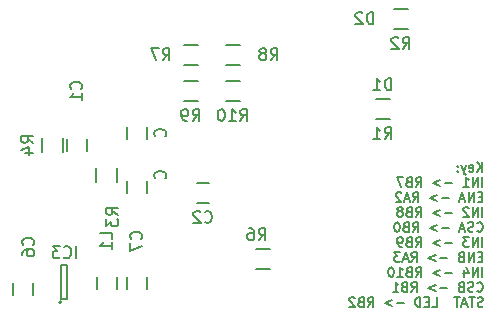
<source format=gbo>
G04 #@! TF.FileFunction,Legend,Bot*
%FSLAX46Y46*%
G04 Gerber Fmt 4.6, Leading zero omitted, Abs format (unit mm)*
G04 Created by KiCad (PCBNEW 4.0.1-3.201512221402+6198~38~ubuntu14.04.1-stable) date Sun 24 Jan 2016 12:58:10 PM PST*
%MOMM*%
G01*
G04 APERTURE LIST*
%ADD10C,0.100000*%
%ADD11C,0.150000*%
G04 APERTURE END LIST*
D10*
D11*
X171005524Y-109454905D02*
X171005524Y-108654905D01*
X170548381Y-109454905D02*
X170891238Y-108997762D01*
X170548381Y-108654905D02*
X171005524Y-109112048D01*
X169900762Y-109416810D02*
X169976952Y-109454905D01*
X170129333Y-109454905D01*
X170205524Y-109416810D01*
X170243619Y-109340619D01*
X170243619Y-109035857D01*
X170205524Y-108959667D01*
X170129333Y-108921571D01*
X169976952Y-108921571D01*
X169900762Y-108959667D01*
X169862667Y-109035857D01*
X169862667Y-109112048D01*
X170243619Y-109188238D01*
X169596000Y-108921571D02*
X169405524Y-109454905D01*
X169215048Y-108921571D02*
X169405524Y-109454905D01*
X169481715Y-109645381D01*
X169519810Y-109683476D01*
X169596000Y-109721571D01*
X168910286Y-109378714D02*
X168872191Y-109416810D01*
X168910286Y-109454905D01*
X168948381Y-109416810D01*
X168910286Y-109378714D01*
X168910286Y-109454905D01*
X168910286Y-108959667D02*
X168872191Y-108997762D01*
X168910286Y-109035857D01*
X168948381Y-108997762D01*
X168910286Y-108959667D01*
X168910286Y-109035857D01*
X171005524Y-110724905D02*
X171005524Y-109924905D01*
X170624572Y-110724905D02*
X170624572Y-109924905D01*
X170167429Y-110724905D01*
X170167429Y-109924905D01*
X169367429Y-110724905D02*
X169824572Y-110724905D01*
X169596001Y-110724905D02*
X169596001Y-109924905D01*
X169672191Y-110039190D01*
X169748382Y-110115381D01*
X169824572Y-110153476D01*
X168415048Y-110420143D02*
X167805524Y-110420143D01*
X167424572Y-110191571D02*
X166815048Y-110420143D01*
X167424572Y-110648714D01*
X165367429Y-110724905D02*
X165634096Y-110343952D01*
X165824572Y-110724905D02*
X165824572Y-109924905D01*
X165519810Y-109924905D01*
X165443619Y-109963000D01*
X165405524Y-110001095D01*
X165367429Y-110077286D01*
X165367429Y-110191571D01*
X165405524Y-110267762D01*
X165443619Y-110305857D01*
X165519810Y-110343952D01*
X165824572Y-110343952D01*
X164757905Y-110305857D02*
X164643619Y-110343952D01*
X164605524Y-110382048D01*
X164567429Y-110458238D01*
X164567429Y-110572524D01*
X164605524Y-110648714D01*
X164643619Y-110686810D01*
X164719810Y-110724905D01*
X165024572Y-110724905D01*
X165024572Y-109924905D01*
X164757905Y-109924905D01*
X164681715Y-109963000D01*
X164643619Y-110001095D01*
X164605524Y-110077286D01*
X164605524Y-110153476D01*
X164643619Y-110229667D01*
X164681715Y-110267762D01*
X164757905Y-110305857D01*
X165024572Y-110305857D01*
X164300762Y-109924905D02*
X163767429Y-109924905D01*
X164110286Y-110724905D01*
X171005524Y-111575857D02*
X170738857Y-111575857D01*
X170624571Y-111994905D02*
X171005524Y-111994905D01*
X171005524Y-111194905D01*
X170624571Y-111194905D01*
X170281714Y-111994905D02*
X170281714Y-111194905D01*
X169824571Y-111994905D01*
X169824571Y-111194905D01*
X169481714Y-111766333D02*
X169100762Y-111766333D01*
X169557905Y-111994905D02*
X169291238Y-111194905D01*
X169024571Y-111994905D01*
X168148381Y-111690143D02*
X167538857Y-111690143D01*
X167157905Y-111461571D02*
X166548381Y-111690143D01*
X167157905Y-111918714D01*
X165100762Y-111994905D02*
X165367429Y-111613952D01*
X165557905Y-111994905D02*
X165557905Y-111194905D01*
X165253143Y-111194905D01*
X165176952Y-111233000D01*
X165138857Y-111271095D01*
X165100762Y-111347286D01*
X165100762Y-111461571D01*
X165138857Y-111537762D01*
X165176952Y-111575857D01*
X165253143Y-111613952D01*
X165557905Y-111613952D01*
X164796000Y-111766333D02*
X164415048Y-111766333D01*
X164872191Y-111994905D02*
X164605524Y-111194905D01*
X164338857Y-111994905D01*
X164110286Y-111271095D02*
X164072191Y-111233000D01*
X163996000Y-111194905D01*
X163805524Y-111194905D01*
X163729334Y-111233000D01*
X163691238Y-111271095D01*
X163653143Y-111347286D01*
X163653143Y-111423476D01*
X163691238Y-111537762D01*
X164148381Y-111994905D01*
X163653143Y-111994905D01*
X171005524Y-113264905D02*
X171005524Y-112464905D01*
X170624572Y-113264905D02*
X170624572Y-112464905D01*
X170167429Y-113264905D01*
X170167429Y-112464905D01*
X169824572Y-112541095D02*
X169786477Y-112503000D01*
X169710286Y-112464905D01*
X169519810Y-112464905D01*
X169443620Y-112503000D01*
X169405524Y-112541095D01*
X169367429Y-112617286D01*
X169367429Y-112693476D01*
X169405524Y-112807762D01*
X169862667Y-113264905D01*
X169367429Y-113264905D01*
X168415048Y-112960143D02*
X167805524Y-112960143D01*
X167424572Y-112731571D02*
X166815048Y-112960143D01*
X167424572Y-113188714D01*
X165367429Y-113264905D02*
X165634096Y-112883952D01*
X165824572Y-113264905D02*
X165824572Y-112464905D01*
X165519810Y-112464905D01*
X165443619Y-112503000D01*
X165405524Y-112541095D01*
X165367429Y-112617286D01*
X165367429Y-112731571D01*
X165405524Y-112807762D01*
X165443619Y-112845857D01*
X165519810Y-112883952D01*
X165824572Y-112883952D01*
X164757905Y-112845857D02*
X164643619Y-112883952D01*
X164605524Y-112922048D01*
X164567429Y-112998238D01*
X164567429Y-113112524D01*
X164605524Y-113188714D01*
X164643619Y-113226810D01*
X164719810Y-113264905D01*
X165024572Y-113264905D01*
X165024572Y-112464905D01*
X164757905Y-112464905D01*
X164681715Y-112503000D01*
X164643619Y-112541095D01*
X164605524Y-112617286D01*
X164605524Y-112693476D01*
X164643619Y-112769667D01*
X164681715Y-112807762D01*
X164757905Y-112845857D01*
X165024572Y-112845857D01*
X164110286Y-112807762D02*
X164186477Y-112769667D01*
X164224572Y-112731571D01*
X164262667Y-112655381D01*
X164262667Y-112617286D01*
X164224572Y-112541095D01*
X164186477Y-112503000D01*
X164110286Y-112464905D01*
X163957905Y-112464905D01*
X163881715Y-112503000D01*
X163843619Y-112541095D01*
X163805524Y-112617286D01*
X163805524Y-112655381D01*
X163843619Y-112731571D01*
X163881715Y-112769667D01*
X163957905Y-112807762D01*
X164110286Y-112807762D01*
X164186477Y-112845857D01*
X164224572Y-112883952D01*
X164262667Y-112960143D01*
X164262667Y-113112524D01*
X164224572Y-113188714D01*
X164186477Y-113226810D01*
X164110286Y-113264905D01*
X163957905Y-113264905D01*
X163881715Y-113226810D01*
X163843619Y-113188714D01*
X163805524Y-113112524D01*
X163805524Y-112960143D01*
X163843619Y-112883952D01*
X163881715Y-112845857D01*
X163957905Y-112807762D01*
X170548381Y-114458714D02*
X170586476Y-114496810D01*
X170700762Y-114534905D01*
X170776952Y-114534905D01*
X170891238Y-114496810D01*
X170967429Y-114420619D01*
X171005524Y-114344429D01*
X171043619Y-114192048D01*
X171043619Y-114077762D01*
X171005524Y-113925381D01*
X170967429Y-113849190D01*
X170891238Y-113773000D01*
X170776952Y-113734905D01*
X170700762Y-113734905D01*
X170586476Y-113773000D01*
X170548381Y-113811095D01*
X170243619Y-114496810D02*
X170129333Y-114534905D01*
X169938857Y-114534905D01*
X169862667Y-114496810D01*
X169824571Y-114458714D01*
X169786476Y-114382524D01*
X169786476Y-114306333D01*
X169824571Y-114230143D01*
X169862667Y-114192048D01*
X169938857Y-114153952D01*
X170091238Y-114115857D01*
X170167429Y-114077762D01*
X170205524Y-114039667D01*
X170243619Y-113963476D01*
X170243619Y-113887286D01*
X170205524Y-113811095D01*
X170167429Y-113773000D01*
X170091238Y-113734905D01*
X169900762Y-113734905D01*
X169786476Y-113773000D01*
X169481714Y-114306333D02*
X169100762Y-114306333D01*
X169557905Y-114534905D02*
X169291238Y-113734905D01*
X169024571Y-114534905D01*
X168148381Y-114230143D02*
X167538857Y-114230143D01*
X167157905Y-114001571D02*
X166548381Y-114230143D01*
X167157905Y-114458714D01*
X165100762Y-114534905D02*
X165367429Y-114153952D01*
X165557905Y-114534905D02*
X165557905Y-113734905D01*
X165253143Y-113734905D01*
X165176952Y-113773000D01*
X165138857Y-113811095D01*
X165100762Y-113887286D01*
X165100762Y-114001571D01*
X165138857Y-114077762D01*
X165176952Y-114115857D01*
X165253143Y-114153952D01*
X165557905Y-114153952D01*
X164491238Y-114115857D02*
X164376952Y-114153952D01*
X164338857Y-114192048D01*
X164300762Y-114268238D01*
X164300762Y-114382524D01*
X164338857Y-114458714D01*
X164376952Y-114496810D01*
X164453143Y-114534905D01*
X164757905Y-114534905D01*
X164757905Y-113734905D01*
X164491238Y-113734905D01*
X164415048Y-113773000D01*
X164376952Y-113811095D01*
X164338857Y-113887286D01*
X164338857Y-113963476D01*
X164376952Y-114039667D01*
X164415048Y-114077762D01*
X164491238Y-114115857D01*
X164757905Y-114115857D01*
X163805524Y-113734905D02*
X163729333Y-113734905D01*
X163653143Y-113773000D01*
X163615048Y-113811095D01*
X163576952Y-113887286D01*
X163538857Y-114039667D01*
X163538857Y-114230143D01*
X163576952Y-114382524D01*
X163615048Y-114458714D01*
X163653143Y-114496810D01*
X163729333Y-114534905D01*
X163805524Y-114534905D01*
X163881714Y-114496810D01*
X163919810Y-114458714D01*
X163957905Y-114382524D01*
X163996000Y-114230143D01*
X163996000Y-114039667D01*
X163957905Y-113887286D01*
X163919810Y-113811095D01*
X163881714Y-113773000D01*
X163805524Y-113734905D01*
X171005524Y-115804905D02*
X171005524Y-115004905D01*
X170624572Y-115804905D02*
X170624572Y-115004905D01*
X170167429Y-115804905D01*
X170167429Y-115004905D01*
X169862667Y-115004905D02*
X169367429Y-115004905D01*
X169634096Y-115309667D01*
X169519810Y-115309667D01*
X169443620Y-115347762D01*
X169405524Y-115385857D01*
X169367429Y-115462048D01*
X169367429Y-115652524D01*
X169405524Y-115728714D01*
X169443620Y-115766810D01*
X169519810Y-115804905D01*
X169748382Y-115804905D01*
X169824572Y-115766810D01*
X169862667Y-115728714D01*
X168415048Y-115500143D02*
X167805524Y-115500143D01*
X167424572Y-115271571D02*
X166815048Y-115500143D01*
X167424572Y-115728714D01*
X165367429Y-115804905D02*
X165634096Y-115423952D01*
X165824572Y-115804905D02*
X165824572Y-115004905D01*
X165519810Y-115004905D01*
X165443619Y-115043000D01*
X165405524Y-115081095D01*
X165367429Y-115157286D01*
X165367429Y-115271571D01*
X165405524Y-115347762D01*
X165443619Y-115385857D01*
X165519810Y-115423952D01*
X165824572Y-115423952D01*
X164757905Y-115385857D02*
X164643619Y-115423952D01*
X164605524Y-115462048D01*
X164567429Y-115538238D01*
X164567429Y-115652524D01*
X164605524Y-115728714D01*
X164643619Y-115766810D01*
X164719810Y-115804905D01*
X165024572Y-115804905D01*
X165024572Y-115004905D01*
X164757905Y-115004905D01*
X164681715Y-115043000D01*
X164643619Y-115081095D01*
X164605524Y-115157286D01*
X164605524Y-115233476D01*
X164643619Y-115309667D01*
X164681715Y-115347762D01*
X164757905Y-115385857D01*
X165024572Y-115385857D01*
X164186477Y-115804905D02*
X164034096Y-115804905D01*
X163957905Y-115766810D01*
X163919810Y-115728714D01*
X163843619Y-115614429D01*
X163805524Y-115462048D01*
X163805524Y-115157286D01*
X163843619Y-115081095D01*
X163881715Y-115043000D01*
X163957905Y-115004905D01*
X164110286Y-115004905D01*
X164186477Y-115043000D01*
X164224572Y-115081095D01*
X164262667Y-115157286D01*
X164262667Y-115347762D01*
X164224572Y-115423952D01*
X164186477Y-115462048D01*
X164110286Y-115500143D01*
X163957905Y-115500143D01*
X163881715Y-115462048D01*
X163843619Y-115423952D01*
X163805524Y-115347762D01*
X171005524Y-116655857D02*
X170738857Y-116655857D01*
X170624571Y-117074905D02*
X171005524Y-117074905D01*
X171005524Y-116274905D01*
X170624571Y-116274905D01*
X170281714Y-117074905D02*
X170281714Y-116274905D01*
X169824571Y-117074905D01*
X169824571Y-116274905D01*
X169176952Y-116655857D02*
X169062666Y-116693952D01*
X169024571Y-116732048D01*
X168986476Y-116808238D01*
X168986476Y-116922524D01*
X169024571Y-116998714D01*
X169062666Y-117036810D01*
X169138857Y-117074905D01*
X169443619Y-117074905D01*
X169443619Y-116274905D01*
X169176952Y-116274905D01*
X169100762Y-116313000D01*
X169062666Y-116351095D01*
X169024571Y-116427286D01*
X169024571Y-116503476D01*
X169062666Y-116579667D01*
X169100762Y-116617762D01*
X169176952Y-116655857D01*
X169443619Y-116655857D01*
X168034095Y-116770143D02*
X167424571Y-116770143D01*
X167043619Y-116541571D02*
X166434095Y-116770143D01*
X167043619Y-116998714D01*
X164986476Y-117074905D02*
X165253143Y-116693952D01*
X165443619Y-117074905D02*
X165443619Y-116274905D01*
X165138857Y-116274905D01*
X165062666Y-116313000D01*
X165024571Y-116351095D01*
X164986476Y-116427286D01*
X164986476Y-116541571D01*
X165024571Y-116617762D01*
X165062666Y-116655857D01*
X165138857Y-116693952D01*
X165443619Y-116693952D01*
X164681714Y-116846333D02*
X164300762Y-116846333D01*
X164757905Y-117074905D02*
X164491238Y-116274905D01*
X164224571Y-117074905D01*
X164034095Y-116274905D02*
X163538857Y-116274905D01*
X163805524Y-116579667D01*
X163691238Y-116579667D01*
X163615048Y-116617762D01*
X163576952Y-116655857D01*
X163538857Y-116732048D01*
X163538857Y-116922524D01*
X163576952Y-116998714D01*
X163615048Y-117036810D01*
X163691238Y-117074905D01*
X163919810Y-117074905D01*
X163996000Y-117036810D01*
X164034095Y-116998714D01*
X171005524Y-118344905D02*
X171005524Y-117544905D01*
X170624572Y-118344905D02*
X170624572Y-117544905D01*
X170167429Y-118344905D01*
X170167429Y-117544905D01*
X169443620Y-117811571D02*
X169443620Y-118344905D01*
X169634096Y-117506810D02*
X169824572Y-118078238D01*
X169329334Y-118078238D01*
X168415048Y-118040143D02*
X167805524Y-118040143D01*
X167424572Y-117811571D02*
X166815048Y-118040143D01*
X167424572Y-118268714D01*
X165367429Y-118344905D02*
X165634096Y-117963952D01*
X165824572Y-118344905D02*
X165824572Y-117544905D01*
X165519810Y-117544905D01*
X165443619Y-117583000D01*
X165405524Y-117621095D01*
X165367429Y-117697286D01*
X165367429Y-117811571D01*
X165405524Y-117887762D01*
X165443619Y-117925857D01*
X165519810Y-117963952D01*
X165824572Y-117963952D01*
X164757905Y-117925857D02*
X164643619Y-117963952D01*
X164605524Y-118002048D01*
X164567429Y-118078238D01*
X164567429Y-118192524D01*
X164605524Y-118268714D01*
X164643619Y-118306810D01*
X164719810Y-118344905D01*
X165024572Y-118344905D01*
X165024572Y-117544905D01*
X164757905Y-117544905D01*
X164681715Y-117583000D01*
X164643619Y-117621095D01*
X164605524Y-117697286D01*
X164605524Y-117773476D01*
X164643619Y-117849667D01*
X164681715Y-117887762D01*
X164757905Y-117925857D01*
X165024572Y-117925857D01*
X163805524Y-118344905D02*
X164262667Y-118344905D01*
X164034096Y-118344905D02*
X164034096Y-117544905D01*
X164110286Y-117659190D01*
X164186477Y-117735381D01*
X164262667Y-117773476D01*
X163310286Y-117544905D02*
X163234095Y-117544905D01*
X163157905Y-117583000D01*
X163119810Y-117621095D01*
X163081714Y-117697286D01*
X163043619Y-117849667D01*
X163043619Y-118040143D01*
X163081714Y-118192524D01*
X163119810Y-118268714D01*
X163157905Y-118306810D01*
X163234095Y-118344905D01*
X163310286Y-118344905D01*
X163386476Y-118306810D01*
X163424572Y-118268714D01*
X163462667Y-118192524D01*
X163500762Y-118040143D01*
X163500762Y-117849667D01*
X163462667Y-117697286D01*
X163424572Y-117621095D01*
X163386476Y-117583000D01*
X163310286Y-117544905D01*
X170548381Y-119538714D02*
X170586476Y-119576810D01*
X170700762Y-119614905D01*
X170776952Y-119614905D01*
X170891238Y-119576810D01*
X170967429Y-119500619D01*
X171005524Y-119424429D01*
X171043619Y-119272048D01*
X171043619Y-119157762D01*
X171005524Y-119005381D01*
X170967429Y-118929190D01*
X170891238Y-118853000D01*
X170776952Y-118814905D01*
X170700762Y-118814905D01*
X170586476Y-118853000D01*
X170548381Y-118891095D01*
X170243619Y-119576810D02*
X170129333Y-119614905D01*
X169938857Y-119614905D01*
X169862667Y-119576810D01*
X169824571Y-119538714D01*
X169786476Y-119462524D01*
X169786476Y-119386333D01*
X169824571Y-119310143D01*
X169862667Y-119272048D01*
X169938857Y-119233952D01*
X170091238Y-119195857D01*
X170167429Y-119157762D01*
X170205524Y-119119667D01*
X170243619Y-119043476D01*
X170243619Y-118967286D01*
X170205524Y-118891095D01*
X170167429Y-118853000D01*
X170091238Y-118814905D01*
X169900762Y-118814905D01*
X169786476Y-118853000D01*
X169176952Y-119195857D02*
X169062666Y-119233952D01*
X169024571Y-119272048D01*
X168986476Y-119348238D01*
X168986476Y-119462524D01*
X169024571Y-119538714D01*
X169062666Y-119576810D01*
X169138857Y-119614905D01*
X169443619Y-119614905D01*
X169443619Y-118814905D01*
X169176952Y-118814905D01*
X169100762Y-118853000D01*
X169062666Y-118891095D01*
X169024571Y-118967286D01*
X169024571Y-119043476D01*
X169062666Y-119119667D01*
X169100762Y-119157762D01*
X169176952Y-119195857D01*
X169443619Y-119195857D01*
X168034095Y-119310143D02*
X167424571Y-119310143D01*
X167043619Y-119081571D02*
X166434095Y-119310143D01*
X167043619Y-119538714D01*
X164986476Y-119614905D02*
X165253143Y-119233952D01*
X165443619Y-119614905D02*
X165443619Y-118814905D01*
X165138857Y-118814905D01*
X165062666Y-118853000D01*
X165024571Y-118891095D01*
X164986476Y-118967286D01*
X164986476Y-119081571D01*
X165024571Y-119157762D01*
X165062666Y-119195857D01*
X165138857Y-119233952D01*
X165443619Y-119233952D01*
X164376952Y-119195857D02*
X164262666Y-119233952D01*
X164224571Y-119272048D01*
X164186476Y-119348238D01*
X164186476Y-119462524D01*
X164224571Y-119538714D01*
X164262666Y-119576810D01*
X164338857Y-119614905D01*
X164643619Y-119614905D01*
X164643619Y-118814905D01*
X164376952Y-118814905D01*
X164300762Y-118853000D01*
X164262666Y-118891095D01*
X164224571Y-118967286D01*
X164224571Y-119043476D01*
X164262666Y-119119667D01*
X164300762Y-119157762D01*
X164376952Y-119195857D01*
X164643619Y-119195857D01*
X163424571Y-119614905D02*
X163881714Y-119614905D01*
X163653143Y-119614905D02*
X163653143Y-118814905D01*
X163729333Y-118929190D01*
X163805524Y-119005381D01*
X163881714Y-119043476D01*
X171043619Y-120846810D02*
X170929333Y-120884905D01*
X170738857Y-120884905D01*
X170662667Y-120846810D01*
X170624571Y-120808714D01*
X170586476Y-120732524D01*
X170586476Y-120656333D01*
X170624571Y-120580143D01*
X170662667Y-120542048D01*
X170738857Y-120503952D01*
X170891238Y-120465857D01*
X170967429Y-120427762D01*
X171005524Y-120389667D01*
X171043619Y-120313476D01*
X171043619Y-120237286D01*
X171005524Y-120161095D01*
X170967429Y-120123000D01*
X170891238Y-120084905D01*
X170700762Y-120084905D01*
X170586476Y-120123000D01*
X170357905Y-120084905D02*
X169900762Y-120084905D01*
X170129333Y-120884905D02*
X170129333Y-120084905D01*
X169672190Y-120656333D02*
X169291238Y-120656333D01*
X169748381Y-120884905D02*
X169481714Y-120084905D01*
X169215047Y-120884905D01*
X169062667Y-120084905D02*
X168605524Y-120084905D01*
X168834095Y-120884905D02*
X168834095Y-120084905D01*
X166738856Y-120884905D02*
X167119809Y-120884905D01*
X167119809Y-120084905D01*
X166472190Y-120465857D02*
X166205523Y-120465857D01*
X166091237Y-120884905D02*
X166472190Y-120884905D01*
X166472190Y-120084905D01*
X166091237Y-120084905D01*
X165748380Y-120884905D02*
X165748380Y-120084905D01*
X165557904Y-120084905D01*
X165443618Y-120123000D01*
X165367427Y-120199190D01*
X165329332Y-120275381D01*
X165291237Y-120427762D01*
X165291237Y-120542048D01*
X165329332Y-120694429D01*
X165367427Y-120770619D01*
X165443618Y-120846810D01*
X165557904Y-120884905D01*
X165748380Y-120884905D01*
X164338856Y-120580143D02*
X163729332Y-120580143D01*
X163348380Y-120351571D02*
X162738856Y-120580143D01*
X163348380Y-120808714D01*
X161291237Y-120884905D02*
X161557904Y-120503952D01*
X161748380Y-120884905D02*
X161748380Y-120084905D01*
X161443618Y-120084905D01*
X161367427Y-120123000D01*
X161329332Y-120161095D01*
X161291237Y-120237286D01*
X161291237Y-120351571D01*
X161329332Y-120427762D01*
X161367427Y-120465857D01*
X161443618Y-120503952D01*
X161748380Y-120503952D01*
X160681713Y-120465857D02*
X160567427Y-120503952D01*
X160529332Y-120542048D01*
X160491237Y-120618238D01*
X160491237Y-120732524D01*
X160529332Y-120808714D01*
X160567427Y-120846810D01*
X160643618Y-120884905D01*
X160948380Y-120884905D01*
X160948380Y-120084905D01*
X160681713Y-120084905D01*
X160605523Y-120123000D01*
X160567427Y-120161095D01*
X160529332Y-120237286D01*
X160529332Y-120313476D01*
X160567427Y-120389667D01*
X160605523Y-120427762D01*
X160681713Y-120465857D01*
X160948380Y-120465857D01*
X160186475Y-120161095D02*
X160148380Y-120123000D01*
X160072189Y-120084905D01*
X159881713Y-120084905D01*
X159805523Y-120123000D01*
X159767427Y-120161095D01*
X159729332Y-120237286D01*
X159729332Y-120313476D01*
X159767427Y-120427762D01*
X160224570Y-120884905D01*
X159729332Y-120884905D01*
X140882000Y-111244000D02*
X140882000Y-110244000D01*
X142582000Y-110244000D02*
X142582000Y-111244000D01*
X140882000Y-106672000D02*
X140882000Y-105672000D01*
X142582000Y-105672000D02*
X142582000Y-106672000D01*
X137502000Y-106688000D02*
X137502000Y-107688000D01*
X135802000Y-107688000D02*
X135802000Y-106688000D01*
X147820000Y-112102000D02*
X146820000Y-112102000D01*
X146820000Y-110402000D02*
X147820000Y-110402000D01*
X132930000Y-118880000D02*
X132930000Y-119880000D01*
X131230000Y-119880000D02*
X131230000Y-118880000D01*
X140882000Y-119372000D02*
X140882000Y-118372000D01*
X142582000Y-118372000D02*
X142582000Y-119372000D01*
X135352000Y-120506000D02*
G75*
G03X135352000Y-120506000I-100000J0D01*
G01*
X135802000Y-120256000D02*
X135302000Y-120256000D01*
X135802000Y-117356000D02*
X135802000Y-120256000D01*
X135302000Y-117356000D02*
X135802000Y-117356000D01*
X135302000Y-120256000D02*
X135302000Y-117356000D01*
X140042000Y-118372000D02*
X140042000Y-119372000D01*
X138342000Y-119372000D02*
X138342000Y-118372000D01*
X163160000Y-103265000D02*
X161960000Y-103265000D01*
X161960000Y-105015000D02*
X163160000Y-105015000D01*
X164684000Y-95645000D02*
X163484000Y-95645000D01*
X163484000Y-97395000D02*
X164684000Y-97395000D01*
X138317000Y-109128000D02*
X138317000Y-110328000D01*
X140067000Y-110328000D02*
X140067000Y-109128000D01*
X135495000Y-107788000D02*
X135495000Y-106588000D01*
X133745000Y-106588000D02*
X133745000Y-107788000D01*
X153000000Y-115965000D02*
X151800000Y-115965000D01*
X151800000Y-117715000D02*
X153000000Y-117715000D01*
X146904000Y-98693000D02*
X145704000Y-98693000D01*
X145704000Y-100443000D02*
X146904000Y-100443000D01*
X150460000Y-98693000D02*
X149260000Y-98693000D01*
X149260000Y-100443000D02*
X150460000Y-100443000D01*
X146904000Y-101741000D02*
X145704000Y-101741000D01*
X145704000Y-103491000D02*
X146904000Y-103491000D01*
X150460000Y-101741000D02*
X149260000Y-101741000D01*
X149260000Y-103491000D02*
X150460000Y-103491000D01*
X144121143Y-110037524D02*
X144168762Y-109989905D01*
X144216381Y-109847048D01*
X144216381Y-109751810D01*
X144168762Y-109608952D01*
X144073524Y-109513714D01*
X143978286Y-109466095D01*
X143787810Y-109418476D01*
X143644952Y-109418476D01*
X143454476Y-109466095D01*
X143359238Y-109513714D01*
X143264000Y-109608952D01*
X143216381Y-109751810D01*
X143216381Y-109847048D01*
X143264000Y-109989905D01*
X143311619Y-110037524D01*
X144121143Y-106481524D02*
X144168762Y-106433905D01*
X144216381Y-106291048D01*
X144216381Y-106195810D01*
X144168762Y-106052952D01*
X144073524Y-105957714D01*
X143978286Y-105910095D01*
X143787810Y-105862476D01*
X143644952Y-105862476D01*
X143454476Y-105910095D01*
X143359238Y-105957714D01*
X143264000Y-106052952D01*
X143216381Y-106195810D01*
X143216381Y-106291048D01*
X143264000Y-106433905D01*
X143311619Y-106481524D01*
X137009143Y-102449334D02*
X137056762Y-102401715D01*
X137104381Y-102258858D01*
X137104381Y-102163620D01*
X137056762Y-102020762D01*
X136961524Y-101925524D01*
X136866286Y-101877905D01*
X136675810Y-101830286D01*
X136532952Y-101830286D01*
X136342476Y-101877905D01*
X136247238Y-101925524D01*
X136152000Y-102020762D01*
X136104381Y-102163620D01*
X136104381Y-102258858D01*
X136152000Y-102401715D01*
X136199619Y-102449334D01*
X137104381Y-103401715D02*
X137104381Y-102830286D01*
X137104381Y-103116000D02*
X136104381Y-103116000D01*
X136247238Y-103020762D01*
X136342476Y-102925524D01*
X136390095Y-102830286D01*
X147486666Y-113709143D02*
X147534285Y-113756762D01*
X147677142Y-113804381D01*
X147772380Y-113804381D01*
X147915238Y-113756762D01*
X148010476Y-113661524D01*
X148058095Y-113566286D01*
X148105714Y-113375810D01*
X148105714Y-113232952D01*
X148058095Y-113042476D01*
X148010476Y-112947238D01*
X147915238Y-112852000D01*
X147772380Y-112804381D01*
X147677142Y-112804381D01*
X147534285Y-112852000D01*
X147486666Y-112899619D01*
X147105714Y-112899619D02*
X147058095Y-112852000D01*
X146962857Y-112804381D01*
X146724761Y-112804381D01*
X146629523Y-112852000D01*
X146581904Y-112899619D01*
X146534285Y-112994857D01*
X146534285Y-113090095D01*
X146581904Y-113232952D01*
X147153333Y-113804381D01*
X146534285Y-113804381D01*
X132945143Y-115657334D02*
X132992762Y-115609715D01*
X133040381Y-115466858D01*
X133040381Y-115371620D01*
X132992762Y-115228762D01*
X132897524Y-115133524D01*
X132802286Y-115085905D01*
X132611810Y-115038286D01*
X132468952Y-115038286D01*
X132278476Y-115085905D01*
X132183238Y-115133524D01*
X132088000Y-115228762D01*
X132040381Y-115371620D01*
X132040381Y-115466858D01*
X132088000Y-115609715D01*
X132135619Y-115657334D01*
X132040381Y-116514477D02*
X132040381Y-116324000D01*
X132088000Y-116228762D01*
X132135619Y-116181143D01*
X132278476Y-116085905D01*
X132468952Y-116038286D01*
X132849905Y-116038286D01*
X132945143Y-116085905D01*
X132992762Y-116133524D01*
X133040381Y-116228762D01*
X133040381Y-116419239D01*
X132992762Y-116514477D01*
X132945143Y-116562096D01*
X132849905Y-116609715D01*
X132611810Y-116609715D01*
X132516571Y-116562096D01*
X132468952Y-116514477D01*
X132421333Y-116419239D01*
X132421333Y-116228762D01*
X132468952Y-116133524D01*
X132516571Y-116085905D01*
X132611810Y-116038286D01*
X142089143Y-115149334D02*
X142136762Y-115101715D01*
X142184381Y-114958858D01*
X142184381Y-114863620D01*
X142136762Y-114720762D01*
X142041524Y-114625524D01*
X141946286Y-114577905D01*
X141755810Y-114530286D01*
X141612952Y-114530286D01*
X141422476Y-114577905D01*
X141327238Y-114625524D01*
X141232000Y-114720762D01*
X141184381Y-114863620D01*
X141184381Y-114958858D01*
X141232000Y-115101715D01*
X141279619Y-115149334D01*
X141184381Y-115482667D02*
X141184381Y-116149334D01*
X142184381Y-115720762D01*
X163298095Y-102560381D02*
X163298095Y-101560381D01*
X163060000Y-101560381D01*
X162917142Y-101608000D01*
X162821904Y-101703238D01*
X162774285Y-101798476D01*
X162726666Y-101988952D01*
X162726666Y-102131810D01*
X162774285Y-102322286D01*
X162821904Y-102417524D01*
X162917142Y-102512762D01*
X163060000Y-102560381D01*
X163298095Y-102560381D01*
X161774285Y-102560381D02*
X162345714Y-102560381D01*
X162060000Y-102560381D02*
X162060000Y-101560381D01*
X162155238Y-101703238D01*
X162250476Y-101798476D01*
X162345714Y-101846095D01*
X161774095Y-96972381D02*
X161774095Y-95972381D01*
X161536000Y-95972381D01*
X161393142Y-96020000D01*
X161297904Y-96115238D01*
X161250285Y-96210476D01*
X161202666Y-96400952D01*
X161202666Y-96543810D01*
X161250285Y-96734286D01*
X161297904Y-96829524D01*
X161393142Y-96924762D01*
X161536000Y-96972381D01*
X161774095Y-96972381D01*
X160821714Y-96067619D02*
X160774095Y-96020000D01*
X160678857Y-95972381D01*
X160440761Y-95972381D01*
X160345523Y-96020000D01*
X160297904Y-96067619D01*
X160250285Y-96162857D01*
X160250285Y-96258095D01*
X160297904Y-96400952D01*
X160869333Y-96972381D01*
X160250285Y-96972381D01*
X136612190Y-116784381D02*
X136612190Y-115784381D01*
X135564571Y-116689143D02*
X135612190Y-116736762D01*
X135755047Y-116784381D01*
X135850285Y-116784381D01*
X135993143Y-116736762D01*
X136088381Y-116641524D01*
X136136000Y-116546286D01*
X136183619Y-116355810D01*
X136183619Y-116212952D01*
X136136000Y-116022476D01*
X136088381Y-115927238D01*
X135993143Y-115832000D01*
X135850285Y-115784381D01*
X135755047Y-115784381D01*
X135612190Y-115832000D01*
X135564571Y-115879619D01*
X135231238Y-115784381D02*
X134612190Y-115784381D01*
X134945524Y-116165333D01*
X134802666Y-116165333D01*
X134707428Y-116212952D01*
X134659809Y-116260571D01*
X134612190Y-116355810D01*
X134612190Y-116593905D01*
X134659809Y-116689143D01*
X134707428Y-116736762D01*
X134802666Y-116784381D01*
X135088381Y-116784381D01*
X135183619Y-116736762D01*
X135231238Y-116689143D01*
X139644381Y-115149334D02*
X139644381Y-114673143D01*
X138644381Y-114673143D01*
X139644381Y-116006477D02*
X139644381Y-115435048D01*
X139644381Y-115720762D02*
X138644381Y-115720762D01*
X138787238Y-115625524D01*
X138882476Y-115530286D01*
X138930095Y-115435048D01*
X162726666Y-106692381D02*
X163060000Y-106216190D01*
X163298095Y-106692381D02*
X163298095Y-105692381D01*
X162917142Y-105692381D01*
X162821904Y-105740000D01*
X162774285Y-105787619D01*
X162726666Y-105882857D01*
X162726666Y-106025714D01*
X162774285Y-106120952D01*
X162821904Y-106168571D01*
X162917142Y-106216190D01*
X163298095Y-106216190D01*
X161774285Y-106692381D02*
X162345714Y-106692381D01*
X162060000Y-106692381D02*
X162060000Y-105692381D01*
X162155238Y-105835238D01*
X162250476Y-105930476D01*
X162345714Y-105978095D01*
X164250666Y-99072381D02*
X164584000Y-98596190D01*
X164822095Y-99072381D02*
X164822095Y-98072381D01*
X164441142Y-98072381D01*
X164345904Y-98120000D01*
X164298285Y-98167619D01*
X164250666Y-98262857D01*
X164250666Y-98405714D01*
X164298285Y-98500952D01*
X164345904Y-98548571D01*
X164441142Y-98596190D01*
X164822095Y-98596190D01*
X163869714Y-98167619D02*
X163822095Y-98120000D01*
X163726857Y-98072381D01*
X163488761Y-98072381D01*
X163393523Y-98120000D01*
X163345904Y-98167619D01*
X163298285Y-98262857D01*
X163298285Y-98358095D01*
X163345904Y-98500952D01*
X163917333Y-99072381D01*
X163298285Y-99072381D01*
X140152381Y-113117334D02*
X139676190Y-112784000D01*
X140152381Y-112545905D02*
X139152381Y-112545905D01*
X139152381Y-112926858D01*
X139200000Y-113022096D01*
X139247619Y-113069715D01*
X139342857Y-113117334D01*
X139485714Y-113117334D01*
X139580952Y-113069715D01*
X139628571Y-113022096D01*
X139676190Y-112926858D01*
X139676190Y-112545905D01*
X139152381Y-113450667D02*
X139152381Y-114069715D01*
X139533333Y-113736381D01*
X139533333Y-113879239D01*
X139580952Y-113974477D01*
X139628571Y-114022096D01*
X139723810Y-114069715D01*
X139961905Y-114069715D01*
X140057143Y-114022096D01*
X140104762Y-113974477D01*
X140152381Y-113879239D01*
X140152381Y-113593524D01*
X140104762Y-113498286D01*
X140057143Y-113450667D01*
X132972381Y-107021334D02*
X132496190Y-106688000D01*
X132972381Y-106449905D02*
X131972381Y-106449905D01*
X131972381Y-106830858D01*
X132020000Y-106926096D01*
X132067619Y-106973715D01*
X132162857Y-107021334D01*
X132305714Y-107021334D01*
X132400952Y-106973715D01*
X132448571Y-106926096D01*
X132496190Y-106830858D01*
X132496190Y-106449905D01*
X132305714Y-107878477D02*
X132972381Y-107878477D01*
X131924762Y-107640381D02*
X132639048Y-107402286D01*
X132639048Y-108021334D01*
X152058666Y-115260381D02*
X152392000Y-114784190D01*
X152630095Y-115260381D02*
X152630095Y-114260381D01*
X152249142Y-114260381D01*
X152153904Y-114308000D01*
X152106285Y-114355619D01*
X152058666Y-114450857D01*
X152058666Y-114593714D01*
X152106285Y-114688952D01*
X152153904Y-114736571D01*
X152249142Y-114784190D01*
X152630095Y-114784190D01*
X151201523Y-114260381D02*
X151392000Y-114260381D01*
X151487238Y-114308000D01*
X151534857Y-114355619D01*
X151630095Y-114498476D01*
X151677714Y-114688952D01*
X151677714Y-115069905D01*
X151630095Y-115165143D01*
X151582476Y-115212762D01*
X151487238Y-115260381D01*
X151296761Y-115260381D01*
X151201523Y-115212762D01*
X151153904Y-115165143D01*
X151106285Y-115069905D01*
X151106285Y-114831810D01*
X151153904Y-114736571D01*
X151201523Y-114688952D01*
X151296761Y-114641333D01*
X151487238Y-114641333D01*
X151582476Y-114688952D01*
X151630095Y-114736571D01*
X151677714Y-114831810D01*
X143930666Y-100020381D02*
X144264000Y-99544190D01*
X144502095Y-100020381D02*
X144502095Y-99020381D01*
X144121142Y-99020381D01*
X144025904Y-99068000D01*
X143978285Y-99115619D01*
X143930666Y-99210857D01*
X143930666Y-99353714D01*
X143978285Y-99448952D01*
X144025904Y-99496571D01*
X144121142Y-99544190D01*
X144502095Y-99544190D01*
X143597333Y-99020381D02*
X142930666Y-99020381D01*
X143359238Y-100020381D01*
X153074666Y-100020381D02*
X153408000Y-99544190D01*
X153646095Y-100020381D02*
X153646095Y-99020381D01*
X153265142Y-99020381D01*
X153169904Y-99068000D01*
X153122285Y-99115619D01*
X153074666Y-99210857D01*
X153074666Y-99353714D01*
X153122285Y-99448952D01*
X153169904Y-99496571D01*
X153265142Y-99544190D01*
X153646095Y-99544190D01*
X152503238Y-99448952D02*
X152598476Y-99401333D01*
X152646095Y-99353714D01*
X152693714Y-99258476D01*
X152693714Y-99210857D01*
X152646095Y-99115619D01*
X152598476Y-99068000D01*
X152503238Y-99020381D01*
X152312761Y-99020381D01*
X152217523Y-99068000D01*
X152169904Y-99115619D01*
X152122285Y-99210857D01*
X152122285Y-99258476D01*
X152169904Y-99353714D01*
X152217523Y-99401333D01*
X152312761Y-99448952D01*
X152503238Y-99448952D01*
X152598476Y-99496571D01*
X152646095Y-99544190D01*
X152693714Y-99639429D01*
X152693714Y-99829905D01*
X152646095Y-99925143D01*
X152598476Y-99972762D01*
X152503238Y-100020381D01*
X152312761Y-100020381D01*
X152217523Y-99972762D01*
X152169904Y-99925143D01*
X152122285Y-99829905D01*
X152122285Y-99639429D01*
X152169904Y-99544190D01*
X152217523Y-99496571D01*
X152312761Y-99448952D01*
X146470666Y-105168381D02*
X146804000Y-104692190D01*
X147042095Y-105168381D02*
X147042095Y-104168381D01*
X146661142Y-104168381D01*
X146565904Y-104216000D01*
X146518285Y-104263619D01*
X146470666Y-104358857D01*
X146470666Y-104501714D01*
X146518285Y-104596952D01*
X146565904Y-104644571D01*
X146661142Y-104692190D01*
X147042095Y-104692190D01*
X145994476Y-105168381D02*
X145804000Y-105168381D01*
X145708761Y-105120762D01*
X145661142Y-105073143D01*
X145565904Y-104930286D01*
X145518285Y-104739810D01*
X145518285Y-104358857D01*
X145565904Y-104263619D01*
X145613523Y-104216000D01*
X145708761Y-104168381D01*
X145899238Y-104168381D01*
X145994476Y-104216000D01*
X146042095Y-104263619D01*
X146089714Y-104358857D01*
X146089714Y-104596952D01*
X146042095Y-104692190D01*
X145994476Y-104739810D01*
X145899238Y-104787429D01*
X145708761Y-104787429D01*
X145613523Y-104739810D01*
X145565904Y-104692190D01*
X145518285Y-104596952D01*
X150502857Y-105168381D02*
X150836191Y-104692190D01*
X151074286Y-105168381D02*
X151074286Y-104168381D01*
X150693333Y-104168381D01*
X150598095Y-104216000D01*
X150550476Y-104263619D01*
X150502857Y-104358857D01*
X150502857Y-104501714D01*
X150550476Y-104596952D01*
X150598095Y-104644571D01*
X150693333Y-104692190D01*
X151074286Y-104692190D01*
X149550476Y-105168381D02*
X150121905Y-105168381D01*
X149836191Y-105168381D02*
X149836191Y-104168381D01*
X149931429Y-104311238D01*
X150026667Y-104406476D01*
X150121905Y-104454095D01*
X148931429Y-104168381D02*
X148836190Y-104168381D01*
X148740952Y-104216000D01*
X148693333Y-104263619D01*
X148645714Y-104358857D01*
X148598095Y-104549333D01*
X148598095Y-104787429D01*
X148645714Y-104977905D01*
X148693333Y-105073143D01*
X148740952Y-105120762D01*
X148836190Y-105168381D01*
X148931429Y-105168381D01*
X149026667Y-105120762D01*
X149074286Y-105073143D01*
X149121905Y-104977905D01*
X149169524Y-104787429D01*
X149169524Y-104549333D01*
X149121905Y-104358857D01*
X149074286Y-104263619D01*
X149026667Y-104216000D01*
X148931429Y-104168381D01*
M02*

</source>
